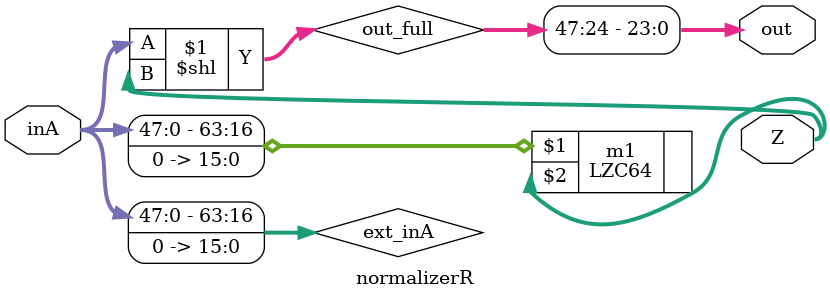
<source format=v>
module normalizerR(inA, out, Z
	);

	// Assigning ports as in/out
	input [47:0] inA;
	output [23:0] out;
	output [7:0] Z;

	// Logic connections
	wire [63:0] ext_inA = {inA, {16{1'b0}}};
	LZC64 m1(ext_inA, Z);
	wire [47:0] out_full = (inA << Z);
	assign out = out_full[47:24];

endmodule

</source>
